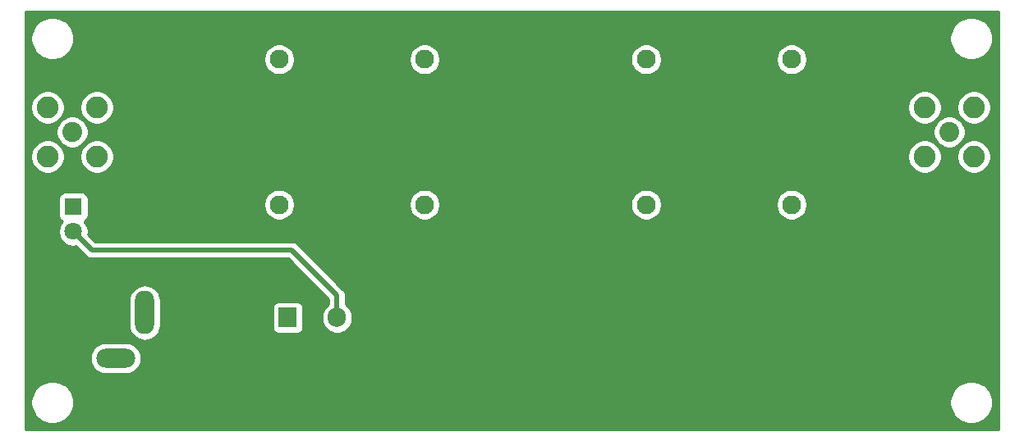
<source format=gbl>
G04 #@! TF.GenerationSoftware,KiCad,Pcbnew,5.1.6-c6e7f7d~87~ubuntu19.10.1*
G04 #@! TF.CreationDate,2021-08-02T21:19:55-04:00*
G04 #@! TF.ProjectId,upconverter,7570636f-6e76-4657-9274-65722e6b6963,rev?*
G04 #@! TF.SameCoordinates,Original*
G04 #@! TF.FileFunction,Copper,L2,Bot*
G04 #@! TF.FilePolarity,Positive*
%FSLAX46Y46*%
G04 Gerber Fmt 4.6, Leading zero omitted, Abs format (unit mm)*
G04 Created by KiCad (PCBNEW 5.1.6-c6e7f7d~87~ubuntu19.10.1) date 2021-08-02 21:19:55*
%MOMM*%
%LPD*%
G01*
G04 APERTURE LIST*
G04 #@! TA.AperFunction,ComponentPad*
%ADD10C,1.950000*%
G04 #@! TD*
G04 #@! TA.AperFunction,ComponentPad*
%ADD11C,2.250000*%
G04 #@! TD*
G04 #@! TA.AperFunction,ComponentPad*
%ADD12C,2.050000*%
G04 #@! TD*
G04 #@! TA.AperFunction,ComponentPad*
%ADD13R,1.800000X1.800000*%
G04 #@! TD*
G04 #@! TA.AperFunction,ComponentPad*
%ADD14C,1.800000*%
G04 #@! TD*
G04 #@! TA.AperFunction,ComponentPad*
%ADD15O,2.000000X4.500000*%
G04 #@! TD*
G04 #@! TA.AperFunction,ComponentPad*
%ADD16O,2.000000X4.000000*%
G04 #@! TD*
G04 #@! TA.AperFunction,ComponentPad*
%ADD17O,4.000000X2.000000*%
G04 #@! TD*
G04 #@! TA.AperFunction,ComponentPad*
%ADD18R,1.905000X2.000000*%
G04 #@! TD*
G04 #@! TA.AperFunction,ComponentPad*
%ADD19O,1.905000X2.000000*%
G04 #@! TD*
G04 #@! TA.AperFunction,ViaPad*
%ADD20C,0.800000*%
G04 #@! TD*
G04 #@! TA.AperFunction,Conductor*
%ADD21C,0.500000*%
G04 #@! TD*
G04 #@! TA.AperFunction,Conductor*
%ADD22C,0.254000*%
G04 #@! TD*
G04 APERTURE END LIST*
D10*
X68319000Y-68700000D03*
X68319000Y-83700000D03*
X83319000Y-68700000D03*
X83319000Y-83700000D03*
X106158000Y-68700000D03*
X106158000Y-83700000D03*
X121158000Y-68700000D03*
X121158000Y-83700000D03*
D11*
X49530000Y-73660000D03*
X49530000Y-78740000D03*
X44450000Y-78740000D03*
X44450000Y-73660000D03*
D12*
X46990000Y-76200000D03*
D13*
X47117000Y-83947000D03*
D14*
X47117000Y-86487000D03*
D15*
X54483000Y-94869000D03*
D16*
X48483000Y-94869000D03*
D17*
X51483000Y-99569000D03*
D12*
X137414000Y-76200000D03*
D11*
X134874000Y-73660000D03*
X134874000Y-78740000D03*
X139954000Y-78740000D03*
X139954000Y-73660000D03*
D18*
X69215000Y-95377000D03*
D19*
X71755000Y-95377000D03*
X74295000Y-95377000D03*
D20*
X94107000Y-73025000D03*
X91059000Y-81534000D03*
X92202000Y-85217000D03*
X98552000Y-77089000D03*
X84328000Y-93726000D03*
X89027000Y-93091000D03*
X71882000Y-98298000D03*
X71247000Y-100965000D03*
X53721000Y-83947000D03*
X84836000Y-90932000D03*
D21*
X49022000Y-88392000D02*
X47117000Y-86487000D01*
X69596000Y-88392000D02*
X49022000Y-88392000D01*
X74295000Y-93091000D02*
X69596000Y-88392000D01*
X74295000Y-95377000D02*
X74295000Y-93091000D01*
D22*
G36*
X142469001Y-106909000D02*
G01*
X42189000Y-106909000D01*
X42189000Y-103919872D01*
X42723000Y-103919872D01*
X42723000Y-104360128D01*
X42808890Y-104791925D01*
X42977369Y-105198669D01*
X43221962Y-105564729D01*
X43533271Y-105876038D01*
X43899331Y-106120631D01*
X44306075Y-106289110D01*
X44737872Y-106375000D01*
X45178128Y-106375000D01*
X45609925Y-106289110D01*
X46016669Y-106120631D01*
X46382729Y-105876038D01*
X46694038Y-105564729D01*
X46938631Y-105198669D01*
X47107110Y-104791925D01*
X47193000Y-104360128D01*
X47193000Y-103919872D01*
X137465000Y-103919872D01*
X137465000Y-104360128D01*
X137550890Y-104791925D01*
X137719369Y-105198669D01*
X137963962Y-105564729D01*
X138275271Y-105876038D01*
X138641331Y-106120631D01*
X139048075Y-106289110D01*
X139479872Y-106375000D01*
X139920128Y-106375000D01*
X140351925Y-106289110D01*
X140758669Y-106120631D01*
X141124729Y-105876038D01*
X141436038Y-105564729D01*
X141680631Y-105198669D01*
X141849110Y-104791925D01*
X141935000Y-104360128D01*
X141935000Y-103919872D01*
X141849110Y-103488075D01*
X141680631Y-103081331D01*
X141436038Y-102715271D01*
X141124729Y-102403962D01*
X140758669Y-102159369D01*
X140351925Y-101990890D01*
X139920128Y-101905000D01*
X139479872Y-101905000D01*
X139048075Y-101990890D01*
X138641331Y-102159369D01*
X138275271Y-102403962D01*
X137963962Y-102715271D01*
X137719369Y-103081331D01*
X137550890Y-103488075D01*
X137465000Y-103919872D01*
X47193000Y-103919872D01*
X47107110Y-103488075D01*
X46938631Y-103081331D01*
X46694038Y-102715271D01*
X46382729Y-102403962D01*
X46016669Y-102159369D01*
X45609925Y-101990890D01*
X45178128Y-101905000D01*
X44737872Y-101905000D01*
X44306075Y-101990890D01*
X43899331Y-102159369D01*
X43533271Y-102403962D01*
X43221962Y-102715271D01*
X42977369Y-103081331D01*
X42808890Y-103488075D01*
X42723000Y-103919872D01*
X42189000Y-103919872D01*
X42189000Y-99569000D01*
X48840089Y-99569000D01*
X48871657Y-99889516D01*
X48965148Y-100197715D01*
X49116969Y-100481752D01*
X49321286Y-100730714D01*
X49570248Y-100935031D01*
X49854285Y-101086852D01*
X50162484Y-101180343D01*
X50402678Y-101204000D01*
X52563322Y-101204000D01*
X52803516Y-101180343D01*
X53111715Y-101086852D01*
X53395752Y-100935031D01*
X53644714Y-100730714D01*
X53849031Y-100481752D01*
X54000852Y-100197715D01*
X54094343Y-99889516D01*
X54125911Y-99569000D01*
X54094343Y-99248484D01*
X54000852Y-98940285D01*
X53849031Y-98656248D01*
X53644714Y-98407286D01*
X53395752Y-98202969D01*
X53111715Y-98051148D01*
X52803516Y-97957657D01*
X52563322Y-97934000D01*
X50402678Y-97934000D01*
X50162484Y-97957657D01*
X49854285Y-98051148D01*
X49570248Y-98202969D01*
X49321286Y-98407286D01*
X49116969Y-98656248D01*
X48965148Y-98940285D01*
X48871657Y-99248484D01*
X48840089Y-99569000D01*
X42189000Y-99569000D01*
X42189000Y-93538679D01*
X52848000Y-93538679D01*
X52848001Y-96199322D01*
X52871658Y-96439516D01*
X52965149Y-96747715D01*
X53116970Y-97031752D01*
X53321287Y-97280714D01*
X53570249Y-97485031D01*
X53854286Y-97636852D01*
X54162485Y-97730343D01*
X54483000Y-97761911D01*
X54803516Y-97730343D01*
X55111715Y-97636852D01*
X55395752Y-97485031D01*
X55644714Y-97280714D01*
X55849031Y-97031752D01*
X56000852Y-96747715D01*
X56094343Y-96439516D01*
X56118000Y-96199322D01*
X56118000Y-94377000D01*
X67624428Y-94377000D01*
X67624428Y-96377000D01*
X67636688Y-96501482D01*
X67672998Y-96621180D01*
X67731963Y-96731494D01*
X67811315Y-96828185D01*
X67908006Y-96907537D01*
X68018320Y-96966502D01*
X68138018Y-97002812D01*
X68262500Y-97015072D01*
X70167500Y-97015072D01*
X70291982Y-97002812D01*
X70411680Y-96966502D01*
X70521994Y-96907537D01*
X70618685Y-96828185D01*
X70698037Y-96731494D01*
X70757002Y-96621180D01*
X70793312Y-96501482D01*
X70805572Y-96377000D01*
X70805572Y-94377000D01*
X70793312Y-94252518D01*
X70757002Y-94132820D01*
X70698037Y-94022506D01*
X70618685Y-93925815D01*
X70521994Y-93846463D01*
X70411680Y-93787498D01*
X70291982Y-93751188D01*
X70167500Y-93738928D01*
X68262500Y-93738928D01*
X68138018Y-93751188D01*
X68018320Y-93787498D01*
X67908006Y-93846463D01*
X67811315Y-93925815D01*
X67731963Y-94022506D01*
X67672998Y-94132820D01*
X67636688Y-94252518D01*
X67624428Y-94377000D01*
X56118000Y-94377000D01*
X56118000Y-93538678D01*
X56094343Y-93298484D01*
X56000852Y-92990285D01*
X55849031Y-92706248D01*
X55644714Y-92457286D01*
X55395751Y-92252969D01*
X55111714Y-92101148D01*
X54803515Y-92007657D01*
X54483000Y-91976089D01*
X54162484Y-92007657D01*
X53854285Y-92101148D01*
X53570248Y-92252969D01*
X53321286Y-92457286D01*
X53116969Y-92706249D01*
X52965148Y-92990286D01*
X52871657Y-93298485D01*
X52848000Y-93538679D01*
X42189000Y-93538679D01*
X42189000Y-83047000D01*
X45578928Y-83047000D01*
X45578928Y-84847000D01*
X45591188Y-84971482D01*
X45627498Y-85091180D01*
X45686463Y-85201494D01*
X45765815Y-85298185D01*
X45862506Y-85377537D01*
X45972820Y-85436502D01*
X45991127Y-85442056D01*
X45924688Y-85508495D01*
X45756701Y-85759905D01*
X45640989Y-86039257D01*
X45582000Y-86335816D01*
X45582000Y-86638184D01*
X45640989Y-86934743D01*
X45756701Y-87214095D01*
X45924688Y-87465505D01*
X46138495Y-87679312D01*
X46389905Y-87847299D01*
X46669257Y-87963011D01*
X46965816Y-88022000D01*
X47268184Y-88022000D01*
X47378482Y-88000060D01*
X48365470Y-88987049D01*
X48393183Y-89020817D01*
X48426951Y-89048530D01*
X48426953Y-89048532D01*
X48527941Y-89131411D01*
X48681687Y-89213589D01*
X48848510Y-89264195D01*
X48978523Y-89277000D01*
X48978531Y-89277000D01*
X49022000Y-89281281D01*
X49065469Y-89277000D01*
X69229422Y-89277000D01*
X73410001Y-93457580D01*
X73410001Y-94002495D01*
X73408765Y-94003155D01*
X73167037Y-94201537D01*
X72968655Y-94443266D01*
X72821245Y-94719052D01*
X72730470Y-95018297D01*
X72707500Y-95251515D01*
X72707500Y-95502486D01*
X72730470Y-95735704D01*
X72821245Y-96034949D01*
X72968655Y-96310735D01*
X73167037Y-96552463D01*
X73408766Y-96750845D01*
X73684552Y-96898255D01*
X73983797Y-96989030D01*
X74295000Y-97019681D01*
X74606204Y-96989030D01*
X74905449Y-96898255D01*
X75181235Y-96750845D01*
X75422963Y-96552463D01*
X75621345Y-96310734D01*
X75768755Y-96034948D01*
X75859530Y-95735703D01*
X75882500Y-95502485D01*
X75882500Y-95251514D01*
X75859530Y-95018296D01*
X75768755Y-94719051D01*
X75621345Y-94443265D01*
X75422963Y-94201537D01*
X75181234Y-94003155D01*
X75180000Y-94002495D01*
X75180000Y-93134469D01*
X75184281Y-93091000D01*
X75180000Y-93047531D01*
X75180000Y-93047523D01*
X75167195Y-92917510D01*
X75116589Y-92750687D01*
X75116589Y-92750686D01*
X75034411Y-92596941D01*
X74951532Y-92495953D01*
X74951530Y-92495951D01*
X74923817Y-92462183D01*
X74890049Y-92434470D01*
X70252534Y-87796956D01*
X70224817Y-87763183D01*
X70090059Y-87652589D01*
X69936313Y-87570411D01*
X69769490Y-87519805D01*
X69639477Y-87507000D01*
X69639469Y-87507000D01*
X69596000Y-87502719D01*
X69552531Y-87507000D01*
X49388579Y-87507000D01*
X48630060Y-86748482D01*
X48652000Y-86638184D01*
X48652000Y-86335816D01*
X48593011Y-86039257D01*
X48477299Y-85759905D01*
X48309312Y-85508495D01*
X48242873Y-85442056D01*
X48261180Y-85436502D01*
X48371494Y-85377537D01*
X48468185Y-85298185D01*
X48547537Y-85201494D01*
X48606502Y-85091180D01*
X48642812Y-84971482D01*
X48655072Y-84847000D01*
X48655072Y-83541429D01*
X66709000Y-83541429D01*
X66709000Y-83858571D01*
X66770871Y-84169620D01*
X66892237Y-84462621D01*
X67068431Y-84726315D01*
X67292685Y-84950569D01*
X67556379Y-85126763D01*
X67849380Y-85248129D01*
X68160429Y-85310000D01*
X68477571Y-85310000D01*
X68788620Y-85248129D01*
X69081621Y-85126763D01*
X69345315Y-84950569D01*
X69569569Y-84726315D01*
X69745763Y-84462621D01*
X69867129Y-84169620D01*
X69929000Y-83858571D01*
X69929000Y-83541429D01*
X81709000Y-83541429D01*
X81709000Y-83858571D01*
X81770871Y-84169620D01*
X81892237Y-84462621D01*
X82068431Y-84726315D01*
X82292685Y-84950569D01*
X82556379Y-85126763D01*
X82849380Y-85248129D01*
X83160429Y-85310000D01*
X83477571Y-85310000D01*
X83788620Y-85248129D01*
X84081621Y-85126763D01*
X84345315Y-84950569D01*
X84569569Y-84726315D01*
X84745763Y-84462621D01*
X84867129Y-84169620D01*
X84929000Y-83858571D01*
X84929000Y-83541429D01*
X104548000Y-83541429D01*
X104548000Y-83858571D01*
X104609871Y-84169620D01*
X104731237Y-84462621D01*
X104907431Y-84726315D01*
X105131685Y-84950569D01*
X105395379Y-85126763D01*
X105688380Y-85248129D01*
X105999429Y-85310000D01*
X106316571Y-85310000D01*
X106627620Y-85248129D01*
X106920621Y-85126763D01*
X107184315Y-84950569D01*
X107408569Y-84726315D01*
X107584763Y-84462621D01*
X107706129Y-84169620D01*
X107768000Y-83858571D01*
X107768000Y-83541429D01*
X119548000Y-83541429D01*
X119548000Y-83858571D01*
X119609871Y-84169620D01*
X119731237Y-84462621D01*
X119907431Y-84726315D01*
X120131685Y-84950569D01*
X120395379Y-85126763D01*
X120688380Y-85248129D01*
X120999429Y-85310000D01*
X121316571Y-85310000D01*
X121627620Y-85248129D01*
X121920621Y-85126763D01*
X122184315Y-84950569D01*
X122408569Y-84726315D01*
X122584763Y-84462621D01*
X122706129Y-84169620D01*
X122768000Y-83858571D01*
X122768000Y-83541429D01*
X122706129Y-83230380D01*
X122584763Y-82937379D01*
X122408569Y-82673685D01*
X122184315Y-82449431D01*
X121920621Y-82273237D01*
X121627620Y-82151871D01*
X121316571Y-82090000D01*
X120999429Y-82090000D01*
X120688380Y-82151871D01*
X120395379Y-82273237D01*
X120131685Y-82449431D01*
X119907431Y-82673685D01*
X119731237Y-82937379D01*
X119609871Y-83230380D01*
X119548000Y-83541429D01*
X107768000Y-83541429D01*
X107706129Y-83230380D01*
X107584763Y-82937379D01*
X107408569Y-82673685D01*
X107184315Y-82449431D01*
X106920621Y-82273237D01*
X106627620Y-82151871D01*
X106316571Y-82090000D01*
X105999429Y-82090000D01*
X105688380Y-82151871D01*
X105395379Y-82273237D01*
X105131685Y-82449431D01*
X104907431Y-82673685D01*
X104731237Y-82937379D01*
X104609871Y-83230380D01*
X104548000Y-83541429D01*
X84929000Y-83541429D01*
X84867129Y-83230380D01*
X84745763Y-82937379D01*
X84569569Y-82673685D01*
X84345315Y-82449431D01*
X84081621Y-82273237D01*
X83788620Y-82151871D01*
X83477571Y-82090000D01*
X83160429Y-82090000D01*
X82849380Y-82151871D01*
X82556379Y-82273237D01*
X82292685Y-82449431D01*
X82068431Y-82673685D01*
X81892237Y-82937379D01*
X81770871Y-83230380D01*
X81709000Y-83541429D01*
X69929000Y-83541429D01*
X69867129Y-83230380D01*
X69745763Y-82937379D01*
X69569569Y-82673685D01*
X69345315Y-82449431D01*
X69081621Y-82273237D01*
X68788620Y-82151871D01*
X68477571Y-82090000D01*
X68160429Y-82090000D01*
X67849380Y-82151871D01*
X67556379Y-82273237D01*
X67292685Y-82449431D01*
X67068431Y-82673685D01*
X66892237Y-82937379D01*
X66770871Y-83230380D01*
X66709000Y-83541429D01*
X48655072Y-83541429D01*
X48655072Y-83047000D01*
X48642812Y-82922518D01*
X48606502Y-82802820D01*
X48547537Y-82692506D01*
X48468185Y-82595815D01*
X48371494Y-82516463D01*
X48261180Y-82457498D01*
X48141482Y-82421188D01*
X48017000Y-82408928D01*
X46217000Y-82408928D01*
X46092518Y-82421188D01*
X45972820Y-82457498D01*
X45862506Y-82516463D01*
X45765815Y-82595815D01*
X45686463Y-82692506D01*
X45627498Y-82802820D01*
X45591188Y-82922518D01*
X45578928Y-83047000D01*
X42189000Y-83047000D01*
X42189000Y-78566655D01*
X42690000Y-78566655D01*
X42690000Y-78913345D01*
X42757636Y-79253373D01*
X42890308Y-79573673D01*
X43082919Y-79861935D01*
X43328065Y-80107081D01*
X43616327Y-80299692D01*
X43936627Y-80432364D01*
X44276655Y-80500000D01*
X44623345Y-80500000D01*
X44963373Y-80432364D01*
X45283673Y-80299692D01*
X45571935Y-80107081D01*
X45817081Y-79861935D01*
X46009692Y-79573673D01*
X46142364Y-79253373D01*
X46210000Y-78913345D01*
X46210000Y-78566655D01*
X47770000Y-78566655D01*
X47770000Y-78913345D01*
X47837636Y-79253373D01*
X47970308Y-79573673D01*
X48162919Y-79861935D01*
X48408065Y-80107081D01*
X48696327Y-80299692D01*
X49016627Y-80432364D01*
X49356655Y-80500000D01*
X49703345Y-80500000D01*
X50043373Y-80432364D01*
X50363673Y-80299692D01*
X50651935Y-80107081D01*
X50897081Y-79861935D01*
X51089692Y-79573673D01*
X51222364Y-79253373D01*
X51290000Y-78913345D01*
X51290000Y-78566655D01*
X133114000Y-78566655D01*
X133114000Y-78913345D01*
X133181636Y-79253373D01*
X133314308Y-79573673D01*
X133506919Y-79861935D01*
X133752065Y-80107081D01*
X134040327Y-80299692D01*
X134360627Y-80432364D01*
X134700655Y-80500000D01*
X135047345Y-80500000D01*
X135387373Y-80432364D01*
X135707673Y-80299692D01*
X135995935Y-80107081D01*
X136241081Y-79861935D01*
X136433692Y-79573673D01*
X136566364Y-79253373D01*
X136634000Y-78913345D01*
X136634000Y-78566655D01*
X138194000Y-78566655D01*
X138194000Y-78913345D01*
X138261636Y-79253373D01*
X138394308Y-79573673D01*
X138586919Y-79861935D01*
X138832065Y-80107081D01*
X139120327Y-80299692D01*
X139440627Y-80432364D01*
X139780655Y-80500000D01*
X140127345Y-80500000D01*
X140467373Y-80432364D01*
X140787673Y-80299692D01*
X141075935Y-80107081D01*
X141321081Y-79861935D01*
X141513692Y-79573673D01*
X141646364Y-79253373D01*
X141714000Y-78913345D01*
X141714000Y-78566655D01*
X141646364Y-78226627D01*
X141513692Y-77906327D01*
X141321081Y-77618065D01*
X141075935Y-77372919D01*
X140787673Y-77180308D01*
X140467373Y-77047636D01*
X140127345Y-76980000D01*
X139780655Y-76980000D01*
X139440627Y-77047636D01*
X139120327Y-77180308D01*
X138832065Y-77372919D01*
X138586919Y-77618065D01*
X138394308Y-77906327D01*
X138261636Y-78226627D01*
X138194000Y-78566655D01*
X136634000Y-78566655D01*
X136566364Y-78226627D01*
X136433692Y-77906327D01*
X136241081Y-77618065D01*
X135995935Y-77372919D01*
X135707673Y-77180308D01*
X135387373Y-77047636D01*
X135047345Y-76980000D01*
X134700655Y-76980000D01*
X134360627Y-77047636D01*
X134040327Y-77180308D01*
X133752065Y-77372919D01*
X133506919Y-77618065D01*
X133314308Y-77906327D01*
X133181636Y-78226627D01*
X133114000Y-78566655D01*
X51290000Y-78566655D01*
X51222364Y-78226627D01*
X51089692Y-77906327D01*
X50897081Y-77618065D01*
X50651935Y-77372919D01*
X50363673Y-77180308D01*
X50043373Y-77047636D01*
X49703345Y-76980000D01*
X49356655Y-76980000D01*
X49016627Y-77047636D01*
X48696327Y-77180308D01*
X48408065Y-77372919D01*
X48162919Y-77618065D01*
X47970308Y-77906327D01*
X47837636Y-78226627D01*
X47770000Y-78566655D01*
X46210000Y-78566655D01*
X46142364Y-78226627D01*
X46009692Y-77906327D01*
X45817081Y-77618065D01*
X45571935Y-77372919D01*
X45283673Y-77180308D01*
X44963373Y-77047636D01*
X44623345Y-76980000D01*
X44276655Y-76980000D01*
X43936627Y-77047636D01*
X43616327Y-77180308D01*
X43328065Y-77372919D01*
X43082919Y-77618065D01*
X42890308Y-77906327D01*
X42757636Y-78226627D01*
X42690000Y-78566655D01*
X42189000Y-78566655D01*
X42189000Y-76036504D01*
X45330000Y-76036504D01*
X45330000Y-76363496D01*
X45393793Y-76684204D01*
X45518927Y-76986305D01*
X45700594Y-77258188D01*
X45931812Y-77489406D01*
X46203695Y-77671073D01*
X46505796Y-77796207D01*
X46826504Y-77860000D01*
X47153496Y-77860000D01*
X47474204Y-77796207D01*
X47776305Y-77671073D01*
X48048188Y-77489406D01*
X48279406Y-77258188D01*
X48461073Y-76986305D01*
X48586207Y-76684204D01*
X48650000Y-76363496D01*
X48650000Y-76036504D01*
X135754000Y-76036504D01*
X135754000Y-76363496D01*
X135817793Y-76684204D01*
X135942927Y-76986305D01*
X136124594Y-77258188D01*
X136355812Y-77489406D01*
X136627695Y-77671073D01*
X136929796Y-77796207D01*
X137250504Y-77860000D01*
X137577496Y-77860000D01*
X137898204Y-77796207D01*
X138200305Y-77671073D01*
X138472188Y-77489406D01*
X138703406Y-77258188D01*
X138885073Y-76986305D01*
X139010207Y-76684204D01*
X139074000Y-76363496D01*
X139074000Y-76036504D01*
X139010207Y-75715796D01*
X138885073Y-75413695D01*
X138703406Y-75141812D01*
X138472188Y-74910594D01*
X138200305Y-74728927D01*
X137898204Y-74603793D01*
X137577496Y-74540000D01*
X137250504Y-74540000D01*
X136929796Y-74603793D01*
X136627695Y-74728927D01*
X136355812Y-74910594D01*
X136124594Y-75141812D01*
X135942927Y-75413695D01*
X135817793Y-75715796D01*
X135754000Y-76036504D01*
X48650000Y-76036504D01*
X48586207Y-75715796D01*
X48461073Y-75413695D01*
X48279406Y-75141812D01*
X48048188Y-74910594D01*
X47776305Y-74728927D01*
X47474204Y-74603793D01*
X47153496Y-74540000D01*
X46826504Y-74540000D01*
X46505796Y-74603793D01*
X46203695Y-74728927D01*
X45931812Y-74910594D01*
X45700594Y-75141812D01*
X45518927Y-75413695D01*
X45393793Y-75715796D01*
X45330000Y-76036504D01*
X42189000Y-76036504D01*
X42189000Y-73486655D01*
X42690000Y-73486655D01*
X42690000Y-73833345D01*
X42757636Y-74173373D01*
X42890308Y-74493673D01*
X43082919Y-74781935D01*
X43328065Y-75027081D01*
X43616327Y-75219692D01*
X43936627Y-75352364D01*
X44276655Y-75420000D01*
X44623345Y-75420000D01*
X44963373Y-75352364D01*
X45283673Y-75219692D01*
X45571935Y-75027081D01*
X45817081Y-74781935D01*
X46009692Y-74493673D01*
X46142364Y-74173373D01*
X46210000Y-73833345D01*
X46210000Y-73486655D01*
X47770000Y-73486655D01*
X47770000Y-73833345D01*
X47837636Y-74173373D01*
X47970308Y-74493673D01*
X48162919Y-74781935D01*
X48408065Y-75027081D01*
X48696327Y-75219692D01*
X49016627Y-75352364D01*
X49356655Y-75420000D01*
X49703345Y-75420000D01*
X50043373Y-75352364D01*
X50363673Y-75219692D01*
X50651935Y-75027081D01*
X50897081Y-74781935D01*
X51089692Y-74493673D01*
X51222364Y-74173373D01*
X51290000Y-73833345D01*
X51290000Y-73486655D01*
X133114000Y-73486655D01*
X133114000Y-73833345D01*
X133181636Y-74173373D01*
X133314308Y-74493673D01*
X133506919Y-74781935D01*
X133752065Y-75027081D01*
X134040327Y-75219692D01*
X134360627Y-75352364D01*
X134700655Y-75420000D01*
X135047345Y-75420000D01*
X135387373Y-75352364D01*
X135707673Y-75219692D01*
X135995935Y-75027081D01*
X136241081Y-74781935D01*
X136433692Y-74493673D01*
X136566364Y-74173373D01*
X136634000Y-73833345D01*
X136634000Y-73486655D01*
X138194000Y-73486655D01*
X138194000Y-73833345D01*
X138261636Y-74173373D01*
X138394308Y-74493673D01*
X138586919Y-74781935D01*
X138832065Y-75027081D01*
X139120327Y-75219692D01*
X139440627Y-75352364D01*
X139780655Y-75420000D01*
X140127345Y-75420000D01*
X140467373Y-75352364D01*
X140787673Y-75219692D01*
X141075935Y-75027081D01*
X141321081Y-74781935D01*
X141513692Y-74493673D01*
X141646364Y-74173373D01*
X141714000Y-73833345D01*
X141714000Y-73486655D01*
X141646364Y-73146627D01*
X141513692Y-72826327D01*
X141321081Y-72538065D01*
X141075935Y-72292919D01*
X140787673Y-72100308D01*
X140467373Y-71967636D01*
X140127345Y-71900000D01*
X139780655Y-71900000D01*
X139440627Y-71967636D01*
X139120327Y-72100308D01*
X138832065Y-72292919D01*
X138586919Y-72538065D01*
X138394308Y-72826327D01*
X138261636Y-73146627D01*
X138194000Y-73486655D01*
X136634000Y-73486655D01*
X136566364Y-73146627D01*
X136433692Y-72826327D01*
X136241081Y-72538065D01*
X135995935Y-72292919D01*
X135707673Y-72100308D01*
X135387373Y-71967636D01*
X135047345Y-71900000D01*
X134700655Y-71900000D01*
X134360627Y-71967636D01*
X134040327Y-72100308D01*
X133752065Y-72292919D01*
X133506919Y-72538065D01*
X133314308Y-72826327D01*
X133181636Y-73146627D01*
X133114000Y-73486655D01*
X51290000Y-73486655D01*
X51222364Y-73146627D01*
X51089692Y-72826327D01*
X50897081Y-72538065D01*
X50651935Y-72292919D01*
X50363673Y-72100308D01*
X50043373Y-71967636D01*
X49703345Y-71900000D01*
X49356655Y-71900000D01*
X49016627Y-71967636D01*
X48696327Y-72100308D01*
X48408065Y-72292919D01*
X48162919Y-72538065D01*
X47970308Y-72826327D01*
X47837636Y-73146627D01*
X47770000Y-73486655D01*
X46210000Y-73486655D01*
X46142364Y-73146627D01*
X46009692Y-72826327D01*
X45817081Y-72538065D01*
X45571935Y-72292919D01*
X45283673Y-72100308D01*
X44963373Y-71967636D01*
X44623345Y-71900000D01*
X44276655Y-71900000D01*
X43936627Y-71967636D01*
X43616327Y-72100308D01*
X43328065Y-72292919D01*
X43082919Y-72538065D01*
X42890308Y-72826327D01*
X42757636Y-73146627D01*
X42690000Y-73486655D01*
X42189000Y-73486655D01*
X42189000Y-66327872D01*
X42723000Y-66327872D01*
X42723000Y-66768128D01*
X42808890Y-67199925D01*
X42977369Y-67606669D01*
X43221962Y-67972729D01*
X43533271Y-68284038D01*
X43899331Y-68528631D01*
X44306075Y-68697110D01*
X44737872Y-68783000D01*
X45178128Y-68783000D01*
X45609925Y-68697110D01*
X45985771Y-68541429D01*
X66709000Y-68541429D01*
X66709000Y-68858571D01*
X66770871Y-69169620D01*
X66892237Y-69462621D01*
X67068431Y-69726315D01*
X67292685Y-69950569D01*
X67556379Y-70126763D01*
X67849380Y-70248129D01*
X68160429Y-70310000D01*
X68477571Y-70310000D01*
X68788620Y-70248129D01*
X69081621Y-70126763D01*
X69345315Y-69950569D01*
X69569569Y-69726315D01*
X69745763Y-69462621D01*
X69867129Y-69169620D01*
X69929000Y-68858571D01*
X69929000Y-68541429D01*
X81709000Y-68541429D01*
X81709000Y-68858571D01*
X81770871Y-69169620D01*
X81892237Y-69462621D01*
X82068431Y-69726315D01*
X82292685Y-69950569D01*
X82556379Y-70126763D01*
X82849380Y-70248129D01*
X83160429Y-70310000D01*
X83477571Y-70310000D01*
X83788620Y-70248129D01*
X84081621Y-70126763D01*
X84345315Y-69950569D01*
X84569569Y-69726315D01*
X84745763Y-69462621D01*
X84867129Y-69169620D01*
X84929000Y-68858571D01*
X84929000Y-68541429D01*
X104548000Y-68541429D01*
X104548000Y-68858571D01*
X104609871Y-69169620D01*
X104731237Y-69462621D01*
X104907431Y-69726315D01*
X105131685Y-69950569D01*
X105395379Y-70126763D01*
X105688380Y-70248129D01*
X105999429Y-70310000D01*
X106316571Y-70310000D01*
X106627620Y-70248129D01*
X106920621Y-70126763D01*
X107184315Y-69950569D01*
X107408569Y-69726315D01*
X107584763Y-69462621D01*
X107706129Y-69169620D01*
X107768000Y-68858571D01*
X107768000Y-68541429D01*
X119548000Y-68541429D01*
X119548000Y-68858571D01*
X119609871Y-69169620D01*
X119731237Y-69462621D01*
X119907431Y-69726315D01*
X120131685Y-69950569D01*
X120395379Y-70126763D01*
X120688380Y-70248129D01*
X120999429Y-70310000D01*
X121316571Y-70310000D01*
X121627620Y-70248129D01*
X121920621Y-70126763D01*
X122184315Y-69950569D01*
X122408569Y-69726315D01*
X122584763Y-69462621D01*
X122706129Y-69169620D01*
X122768000Y-68858571D01*
X122768000Y-68541429D01*
X122706129Y-68230380D01*
X122584763Y-67937379D01*
X122408569Y-67673685D01*
X122184315Y-67449431D01*
X121920621Y-67273237D01*
X121627620Y-67151871D01*
X121316571Y-67090000D01*
X120999429Y-67090000D01*
X120688380Y-67151871D01*
X120395379Y-67273237D01*
X120131685Y-67449431D01*
X119907431Y-67673685D01*
X119731237Y-67937379D01*
X119609871Y-68230380D01*
X119548000Y-68541429D01*
X107768000Y-68541429D01*
X107706129Y-68230380D01*
X107584763Y-67937379D01*
X107408569Y-67673685D01*
X107184315Y-67449431D01*
X106920621Y-67273237D01*
X106627620Y-67151871D01*
X106316571Y-67090000D01*
X105999429Y-67090000D01*
X105688380Y-67151871D01*
X105395379Y-67273237D01*
X105131685Y-67449431D01*
X104907431Y-67673685D01*
X104731237Y-67937379D01*
X104609871Y-68230380D01*
X104548000Y-68541429D01*
X84929000Y-68541429D01*
X84867129Y-68230380D01*
X84745763Y-67937379D01*
X84569569Y-67673685D01*
X84345315Y-67449431D01*
X84081621Y-67273237D01*
X83788620Y-67151871D01*
X83477571Y-67090000D01*
X83160429Y-67090000D01*
X82849380Y-67151871D01*
X82556379Y-67273237D01*
X82292685Y-67449431D01*
X82068431Y-67673685D01*
X81892237Y-67937379D01*
X81770871Y-68230380D01*
X81709000Y-68541429D01*
X69929000Y-68541429D01*
X69867129Y-68230380D01*
X69745763Y-67937379D01*
X69569569Y-67673685D01*
X69345315Y-67449431D01*
X69081621Y-67273237D01*
X68788620Y-67151871D01*
X68477571Y-67090000D01*
X68160429Y-67090000D01*
X67849380Y-67151871D01*
X67556379Y-67273237D01*
X67292685Y-67449431D01*
X67068431Y-67673685D01*
X66892237Y-67937379D01*
X66770871Y-68230380D01*
X66709000Y-68541429D01*
X45985771Y-68541429D01*
X46016669Y-68528631D01*
X46382729Y-68284038D01*
X46694038Y-67972729D01*
X46938631Y-67606669D01*
X47107110Y-67199925D01*
X47193000Y-66768128D01*
X47193000Y-66327872D01*
X137465000Y-66327872D01*
X137465000Y-66768128D01*
X137550890Y-67199925D01*
X137719369Y-67606669D01*
X137963962Y-67972729D01*
X138275271Y-68284038D01*
X138641331Y-68528631D01*
X139048075Y-68697110D01*
X139479872Y-68783000D01*
X139920128Y-68783000D01*
X140351925Y-68697110D01*
X140758669Y-68528631D01*
X141124729Y-68284038D01*
X141436038Y-67972729D01*
X141680631Y-67606669D01*
X141849110Y-67199925D01*
X141935000Y-66768128D01*
X141935000Y-66327872D01*
X141849110Y-65896075D01*
X141680631Y-65489331D01*
X141436038Y-65123271D01*
X141124729Y-64811962D01*
X140758669Y-64567369D01*
X140351925Y-64398890D01*
X139920128Y-64313000D01*
X139479872Y-64313000D01*
X139048075Y-64398890D01*
X138641331Y-64567369D01*
X138275271Y-64811962D01*
X137963962Y-65123271D01*
X137719369Y-65489331D01*
X137550890Y-65896075D01*
X137465000Y-66327872D01*
X47193000Y-66327872D01*
X47107110Y-65896075D01*
X46938631Y-65489331D01*
X46694038Y-65123271D01*
X46382729Y-64811962D01*
X46016669Y-64567369D01*
X45609925Y-64398890D01*
X45178128Y-64313000D01*
X44737872Y-64313000D01*
X44306075Y-64398890D01*
X43899331Y-64567369D01*
X43533271Y-64811962D01*
X43221962Y-65123271D01*
X42977369Y-65489331D01*
X42808890Y-65896075D01*
X42723000Y-66327872D01*
X42189000Y-66327872D01*
X42189000Y-63779000D01*
X142469000Y-63779000D01*
X142469001Y-106909000D01*
G37*
X142469001Y-106909000D02*
X42189000Y-106909000D01*
X42189000Y-103919872D01*
X42723000Y-103919872D01*
X42723000Y-104360128D01*
X42808890Y-104791925D01*
X42977369Y-105198669D01*
X43221962Y-105564729D01*
X43533271Y-105876038D01*
X43899331Y-106120631D01*
X44306075Y-106289110D01*
X44737872Y-106375000D01*
X45178128Y-106375000D01*
X45609925Y-106289110D01*
X46016669Y-106120631D01*
X46382729Y-105876038D01*
X46694038Y-105564729D01*
X46938631Y-105198669D01*
X47107110Y-104791925D01*
X47193000Y-104360128D01*
X47193000Y-103919872D01*
X137465000Y-103919872D01*
X137465000Y-104360128D01*
X137550890Y-104791925D01*
X137719369Y-105198669D01*
X137963962Y-105564729D01*
X138275271Y-105876038D01*
X138641331Y-106120631D01*
X139048075Y-106289110D01*
X139479872Y-106375000D01*
X139920128Y-106375000D01*
X140351925Y-106289110D01*
X140758669Y-106120631D01*
X141124729Y-105876038D01*
X141436038Y-105564729D01*
X141680631Y-105198669D01*
X141849110Y-104791925D01*
X141935000Y-104360128D01*
X141935000Y-103919872D01*
X141849110Y-103488075D01*
X141680631Y-103081331D01*
X141436038Y-102715271D01*
X141124729Y-102403962D01*
X140758669Y-102159369D01*
X140351925Y-101990890D01*
X139920128Y-101905000D01*
X139479872Y-101905000D01*
X139048075Y-101990890D01*
X138641331Y-102159369D01*
X138275271Y-102403962D01*
X137963962Y-102715271D01*
X137719369Y-103081331D01*
X137550890Y-103488075D01*
X137465000Y-103919872D01*
X47193000Y-103919872D01*
X47107110Y-103488075D01*
X46938631Y-103081331D01*
X46694038Y-102715271D01*
X46382729Y-102403962D01*
X46016669Y-102159369D01*
X45609925Y-101990890D01*
X45178128Y-101905000D01*
X44737872Y-101905000D01*
X44306075Y-101990890D01*
X43899331Y-102159369D01*
X43533271Y-102403962D01*
X43221962Y-102715271D01*
X42977369Y-103081331D01*
X42808890Y-103488075D01*
X42723000Y-103919872D01*
X42189000Y-103919872D01*
X42189000Y-99569000D01*
X48840089Y-99569000D01*
X48871657Y-99889516D01*
X48965148Y-100197715D01*
X49116969Y-100481752D01*
X49321286Y-100730714D01*
X49570248Y-100935031D01*
X49854285Y-101086852D01*
X50162484Y-101180343D01*
X50402678Y-101204000D01*
X52563322Y-101204000D01*
X52803516Y-101180343D01*
X53111715Y-101086852D01*
X53395752Y-100935031D01*
X53644714Y-100730714D01*
X53849031Y-100481752D01*
X54000852Y-100197715D01*
X54094343Y-99889516D01*
X54125911Y-99569000D01*
X54094343Y-99248484D01*
X54000852Y-98940285D01*
X53849031Y-98656248D01*
X53644714Y-98407286D01*
X53395752Y-98202969D01*
X53111715Y-98051148D01*
X52803516Y-97957657D01*
X52563322Y-97934000D01*
X50402678Y-97934000D01*
X50162484Y-97957657D01*
X49854285Y-98051148D01*
X49570248Y-98202969D01*
X49321286Y-98407286D01*
X49116969Y-98656248D01*
X48965148Y-98940285D01*
X48871657Y-99248484D01*
X48840089Y-99569000D01*
X42189000Y-99569000D01*
X42189000Y-93538679D01*
X52848000Y-93538679D01*
X52848001Y-96199322D01*
X52871658Y-96439516D01*
X52965149Y-96747715D01*
X53116970Y-97031752D01*
X53321287Y-97280714D01*
X53570249Y-97485031D01*
X53854286Y-97636852D01*
X54162485Y-97730343D01*
X54483000Y-97761911D01*
X54803516Y-97730343D01*
X55111715Y-97636852D01*
X55395752Y-97485031D01*
X55644714Y-97280714D01*
X55849031Y-97031752D01*
X56000852Y-96747715D01*
X56094343Y-96439516D01*
X56118000Y-96199322D01*
X56118000Y-94377000D01*
X67624428Y-94377000D01*
X67624428Y-96377000D01*
X67636688Y-96501482D01*
X67672998Y-96621180D01*
X67731963Y-96731494D01*
X67811315Y-96828185D01*
X67908006Y-96907537D01*
X68018320Y-96966502D01*
X68138018Y-97002812D01*
X68262500Y-97015072D01*
X70167500Y-97015072D01*
X70291982Y-97002812D01*
X70411680Y-96966502D01*
X70521994Y-96907537D01*
X70618685Y-96828185D01*
X70698037Y-96731494D01*
X70757002Y-96621180D01*
X70793312Y-96501482D01*
X70805572Y-96377000D01*
X70805572Y-94377000D01*
X70793312Y-94252518D01*
X70757002Y-94132820D01*
X70698037Y-94022506D01*
X70618685Y-93925815D01*
X70521994Y-93846463D01*
X70411680Y-93787498D01*
X70291982Y-93751188D01*
X70167500Y-93738928D01*
X68262500Y-93738928D01*
X68138018Y-93751188D01*
X68018320Y-93787498D01*
X67908006Y-93846463D01*
X67811315Y-93925815D01*
X67731963Y-94022506D01*
X67672998Y-94132820D01*
X67636688Y-94252518D01*
X67624428Y-94377000D01*
X56118000Y-94377000D01*
X56118000Y-93538678D01*
X56094343Y-93298484D01*
X56000852Y-92990285D01*
X55849031Y-92706248D01*
X55644714Y-92457286D01*
X55395751Y-92252969D01*
X55111714Y-92101148D01*
X54803515Y-92007657D01*
X54483000Y-91976089D01*
X54162484Y-92007657D01*
X53854285Y-92101148D01*
X53570248Y-92252969D01*
X53321286Y-92457286D01*
X53116969Y-92706249D01*
X52965148Y-92990286D01*
X52871657Y-93298485D01*
X52848000Y-93538679D01*
X42189000Y-93538679D01*
X42189000Y-83047000D01*
X45578928Y-83047000D01*
X45578928Y-84847000D01*
X45591188Y-84971482D01*
X45627498Y-85091180D01*
X45686463Y-85201494D01*
X45765815Y-85298185D01*
X45862506Y-85377537D01*
X45972820Y-85436502D01*
X45991127Y-85442056D01*
X45924688Y-85508495D01*
X45756701Y-85759905D01*
X45640989Y-86039257D01*
X45582000Y-86335816D01*
X45582000Y-86638184D01*
X45640989Y-86934743D01*
X45756701Y-87214095D01*
X45924688Y-87465505D01*
X46138495Y-87679312D01*
X46389905Y-87847299D01*
X46669257Y-87963011D01*
X46965816Y-88022000D01*
X47268184Y-88022000D01*
X47378482Y-88000060D01*
X48365470Y-88987049D01*
X48393183Y-89020817D01*
X48426951Y-89048530D01*
X48426953Y-89048532D01*
X48527941Y-89131411D01*
X48681687Y-89213589D01*
X48848510Y-89264195D01*
X48978523Y-89277000D01*
X48978531Y-89277000D01*
X49022000Y-89281281D01*
X49065469Y-89277000D01*
X69229422Y-89277000D01*
X73410001Y-93457580D01*
X73410001Y-94002495D01*
X73408765Y-94003155D01*
X73167037Y-94201537D01*
X72968655Y-94443266D01*
X72821245Y-94719052D01*
X72730470Y-95018297D01*
X72707500Y-95251515D01*
X72707500Y-95502486D01*
X72730470Y-95735704D01*
X72821245Y-96034949D01*
X72968655Y-96310735D01*
X73167037Y-96552463D01*
X73408766Y-96750845D01*
X73684552Y-96898255D01*
X73983797Y-96989030D01*
X74295000Y-97019681D01*
X74606204Y-96989030D01*
X74905449Y-96898255D01*
X75181235Y-96750845D01*
X75422963Y-96552463D01*
X75621345Y-96310734D01*
X75768755Y-96034948D01*
X75859530Y-95735703D01*
X75882500Y-95502485D01*
X75882500Y-95251514D01*
X75859530Y-95018296D01*
X75768755Y-94719051D01*
X75621345Y-94443265D01*
X75422963Y-94201537D01*
X75181234Y-94003155D01*
X75180000Y-94002495D01*
X75180000Y-93134469D01*
X75184281Y-93091000D01*
X75180000Y-93047531D01*
X75180000Y-93047523D01*
X75167195Y-92917510D01*
X75116589Y-92750687D01*
X75116589Y-92750686D01*
X75034411Y-92596941D01*
X74951532Y-92495953D01*
X74951530Y-92495951D01*
X74923817Y-92462183D01*
X74890049Y-92434470D01*
X70252534Y-87796956D01*
X70224817Y-87763183D01*
X70090059Y-87652589D01*
X69936313Y-87570411D01*
X69769490Y-87519805D01*
X69639477Y-87507000D01*
X69639469Y-87507000D01*
X69596000Y-87502719D01*
X69552531Y-87507000D01*
X49388579Y-87507000D01*
X48630060Y-86748482D01*
X48652000Y-86638184D01*
X48652000Y-86335816D01*
X48593011Y-86039257D01*
X48477299Y-85759905D01*
X48309312Y-85508495D01*
X48242873Y-85442056D01*
X48261180Y-85436502D01*
X48371494Y-85377537D01*
X48468185Y-85298185D01*
X48547537Y-85201494D01*
X48606502Y-85091180D01*
X48642812Y-84971482D01*
X48655072Y-84847000D01*
X48655072Y-83541429D01*
X66709000Y-83541429D01*
X66709000Y-83858571D01*
X66770871Y-84169620D01*
X66892237Y-84462621D01*
X67068431Y-84726315D01*
X67292685Y-84950569D01*
X67556379Y-85126763D01*
X67849380Y-85248129D01*
X68160429Y-85310000D01*
X68477571Y-85310000D01*
X68788620Y-85248129D01*
X69081621Y-85126763D01*
X69345315Y-84950569D01*
X69569569Y-84726315D01*
X69745763Y-84462621D01*
X69867129Y-84169620D01*
X69929000Y-83858571D01*
X69929000Y-83541429D01*
X81709000Y-83541429D01*
X81709000Y-83858571D01*
X81770871Y-84169620D01*
X81892237Y-84462621D01*
X82068431Y-84726315D01*
X82292685Y-84950569D01*
X82556379Y-85126763D01*
X82849380Y-85248129D01*
X83160429Y-85310000D01*
X83477571Y-85310000D01*
X83788620Y-85248129D01*
X84081621Y-85126763D01*
X84345315Y-84950569D01*
X84569569Y-84726315D01*
X84745763Y-84462621D01*
X84867129Y-84169620D01*
X84929000Y-83858571D01*
X84929000Y-83541429D01*
X104548000Y-83541429D01*
X104548000Y-83858571D01*
X104609871Y-84169620D01*
X104731237Y-84462621D01*
X104907431Y-84726315D01*
X105131685Y-84950569D01*
X105395379Y-85126763D01*
X105688380Y-85248129D01*
X105999429Y-85310000D01*
X106316571Y-85310000D01*
X106627620Y-85248129D01*
X106920621Y-85126763D01*
X107184315Y-84950569D01*
X107408569Y-84726315D01*
X107584763Y-84462621D01*
X107706129Y-84169620D01*
X107768000Y-83858571D01*
X107768000Y-83541429D01*
X119548000Y-83541429D01*
X119548000Y-83858571D01*
X119609871Y-84169620D01*
X119731237Y-84462621D01*
X119907431Y-84726315D01*
X120131685Y-84950569D01*
X120395379Y-85126763D01*
X120688380Y-85248129D01*
X120999429Y-85310000D01*
X121316571Y-85310000D01*
X121627620Y-85248129D01*
X121920621Y-85126763D01*
X122184315Y-84950569D01*
X122408569Y-84726315D01*
X122584763Y-84462621D01*
X122706129Y-84169620D01*
X122768000Y-83858571D01*
X122768000Y-83541429D01*
X122706129Y-83230380D01*
X122584763Y-82937379D01*
X122408569Y-82673685D01*
X122184315Y-82449431D01*
X121920621Y-82273237D01*
X121627620Y-82151871D01*
X121316571Y-82090000D01*
X120999429Y-82090000D01*
X120688380Y-82151871D01*
X120395379Y-82273237D01*
X120131685Y-82449431D01*
X119907431Y-82673685D01*
X119731237Y-82937379D01*
X119609871Y-83230380D01*
X119548000Y-83541429D01*
X107768000Y-83541429D01*
X107706129Y-83230380D01*
X107584763Y-82937379D01*
X107408569Y-82673685D01*
X107184315Y-82449431D01*
X106920621Y-82273237D01*
X106627620Y-82151871D01*
X106316571Y-82090000D01*
X105999429Y-82090000D01*
X105688380Y-82151871D01*
X105395379Y-82273237D01*
X105131685Y-82449431D01*
X104907431Y-82673685D01*
X104731237Y-82937379D01*
X104609871Y-83230380D01*
X104548000Y-83541429D01*
X84929000Y-83541429D01*
X84867129Y-83230380D01*
X84745763Y-82937379D01*
X84569569Y-82673685D01*
X84345315Y-82449431D01*
X84081621Y-82273237D01*
X83788620Y-82151871D01*
X83477571Y-82090000D01*
X83160429Y-82090000D01*
X82849380Y-82151871D01*
X82556379Y-82273237D01*
X82292685Y-82449431D01*
X82068431Y-82673685D01*
X81892237Y-82937379D01*
X81770871Y-83230380D01*
X81709000Y-83541429D01*
X69929000Y-83541429D01*
X69867129Y-83230380D01*
X69745763Y-82937379D01*
X69569569Y-82673685D01*
X69345315Y-82449431D01*
X69081621Y-82273237D01*
X68788620Y-82151871D01*
X68477571Y-82090000D01*
X68160429Y-82090000D01*
X67849380Y-82151871D01*
X67556379Y-82273237D01*
X67292685Y-82449431D01*
X67068431Y-82673685D01*
X66892237Y-82937379D01*
X66770871Y-83230380D01*
X66709000Y-83541429D01*
X48655072Y-83541429D01*
X48655072Y-83047000D01*
X48642812Y-82922518D01*
X48606502Y-82802820D01*
X48547537Y-82692506D01*
X48468185Y-82595815D01*
X48371494Y-82516463D01*
X48261180Y-82457498D01*
X48141482Y-82421188D01*
X48017000Y-82408928D01*
X46217000Y-82408928D01*
X46092518Y-82421188D01*
X45972820Y-82457498D01*
X45862506Y-82516463D01*
X45765815Y-82595815D01*
X45686463Y-82692506D01*
X45627498Y-82802820D01*
X45591188Y-82922518D01*
X45578928Y-83047000D01*
X42189000Y-83047000D01*
X42189000Y-78566655D01*
X42690000Y-78566655D01*
X42690000Y-78913345D01*
X42757636Y-79253373D01*
X42890308Y-79573673D01*
X43082919Y-79861935D01*
X43328065Y-80107081D01*
X43616327Y-80299692D01*
X43936627Y-80432364D01*
X44276655Y-80500000D01*
X44623345Y-80500000D01*
X44963373Y-80432364D01*
X45283673Y-80299692D01*
X45571935Y-80107081D01*
X45817081Y-79861935D01*
X46009692Y-79573673D01*
X46142364Y-79253373D01*
X46210000Y-78913345D01*
X46210000Y-78566655D01*
X47770000Y-78566655D01*
X47770000Y-78913345D01*
X47837636Y-79253373D01*
X47970308Y-79573673D01*
X48162919Y-79861935D01*
X48408065Y-80107081D01*
X48696327Y-80299692D01*
X49016627Y-80432364D01*
X49356655Y-80500000D01*
X49703345Y-80500000D01*
X50043373Y-80432364D01*
X50363673Y-80299692D01*
X50651935Y-80107081D01*
X50897081Y-79861935D01*
X51089692Y-79573673D01*
X51222364Y-79253373D01*
X51290000Y-78913345D01*
X51290000Y-78566655D01*
X133114000Y-78566655D01*
X133114000Y-78913345D01*
X133181636Y-79253373D01*
X133314308Y-79573673D01*
X133506919Y-79861935D01*
X133752065Y-80107081D01*
X134040327Y-80299692D01*
X134360627Y-80432364D01*
X134700655Y-80500000D01*
X135047345Y-80500000D01*
X135387373Y-80432364D01*
X135707673Y-80299692D01*
X135995935Y-80107081D01*
X136241081Y-79861935D01*
X136433692Y-79573673D01*
X136566364Y-79253373D01*
X136634000Y-78913345D01*
X136634000Y-78566655D01*
X138194000Y-78566655D01*
X138194000Y-78913345D01*
X138261636Y-79253373D01*
X138394308Y-79573673D01*
X138586919Y-79861935D01*
X138832065Y-80107081D01*
X139120327Y-80299692D01*
X139440627Y-80432364D01*
X139780655Y-80500000D01*
X140127345Y-80500000D01*
X140467373Y-80432364D01*
X140787673Y-80299692D01*
X141075935Y-80107081D01*
X141321081Y-79861935D01*
X141513692Y-79573673D01*
X141646364Y-79253373D01*
X141714000Y-78913345D01*
X141714000Y-78566655D01*
X141646364Y-78226627D01*
X141513692Y-77906327D01*
X141321081Y-77618065D01*
X141075935Y-77372919D01*
X140787673Y-77180308D01*
X140467373Y-77047636D01*
X140127345Y-76980000D01*
X139780655Y-76980000D01*
X139440627Y-77047636D01*
X139120327Y-77180308D01*
X138832065Y-77372919D01*
X138586919Y-77618065D01*
X138394308Y-77906327D01*
X138261636Y-78226627D01*
X138194000Y-78566655D01*
X136634000Y-78566655D01*
X136566364Y-78226627D01*
X136433692Y-77906327D01*
X136241081Y-77618065D01*
X135995935Y-77372919D01*
X135707673Y-77180308D01*
X135387373Y-77047636D01*
X135047345Y-76980000D01*
X134700655Y-76980000D01*
X134360627Y-77047636D01*
X134040327Y-77180308D01*
X133752065Y-77372919D01*
X133506919Y-77618065D01*
X133314308Y-77906327D01*
X133181636Y-78226627D01*
X133114000Y-78566655D01*
X51290000Y-78566655D01*
X51222364Y-78226627D01*
X51089692Y-77906327D01*
X50897081Y-77618065D01*
X50651935Y-77372919D01*
X50363673Y-77180308D01*
X50043373Y-77047636D01*
X49703345Y-76980000D01*
X49356655Y-76980000D01*
X49016627Y-77047636D01*
X48696327Y-77180308D01*
X48408065Y-77372919D01*
X48162919Y-77618065D01*
X47970308Y-77906327D01*
X47837636Y-78226627D01*
X47770000Y-78566655D01*
X46210000Y-78566655D01*
X46142364Y-78226627D01*
X46009692Y-77906327D01*
X45817081Y-77618065D01*
X45571935Y-77372919D01*
X45283673Y-77180308D01*
X44963373Y-77047636D01*
X44623345Y-76980000D01*
X44276655Y-76980000D01*
X43936627Y-77047636D01*
X43616327Y-77180308D01*
X43328065Y-77372919D01*
X43082919Y-77618065D01*
X42890308Y-77906327D01*
X42757636Y-78226627D01*
X42690000Y-78566655D01*
X42189000Y-78566655D01*
X42189000Y-76036504D01*
X45330000Y-76036504D01*
X45330000Y-76363496D01*
X45393793Y-76684204D01*
X45518927Y-76986305D01*
X45700594Y-77258188D01*
X45931812Y-77489406D01*
X46203695Y-77671073D01*
X46505796Y-77796207D01*
X46826504Y-77860000D01*
X47153496Y-77860000D01*
X47474204Y-77796207D01*
X47776305Y-77671073D01*
X48048188Y-77489406D01*
X48279406Y-77258188D01*
X48461073Y-76986305D01*
X48586207Y-76684204D01*
X48650000Y-76363496D01*
X48650000Y-76036504D01*
X135754000Y-76036504D01*
X135754000Y-76363496D01*
X135817793Y-76684204D01*
X135942927Y-76986305D01*
X136124594Y-77258188D01*
X136355812Y-77489406D01*
X136627695Y-77671073D01*
X136929796Y-77796207D01*
X137250504Y-77860000D01*
X137577496Y-77860000D01*
X137898204Y-77796207D01*
X138200305Y-77671073D01*
X138472188Y-77489406D01*
X138703406Y-77258188D01*
X138885073Y-76986305D01*
X139010207Y-76684204D01*
X139074000Y-76363496D01*
X139074000Y-76036504D01*
X139010207Y-75715796D01*
X138885073Y-75413695D01*
X138703406Y-75141812D01*
X138472188Y-74910594D01*
X138200305Y-74728927D01*
X137898204Y-74603793D01*
X137577496Y-74540000D01*
X137250504Y-74540000D01*
X136929796Y-74603793D01*
X136627695Y-74728927D01*
X136355812Y-74910594D01*
X136124594Y-75141812D01*
X135942927Y-75413695D01*
X135817793Y-75715796D01*
X135754000Y-76036504D01*
X48650000Y-76036504D01*
X48586207Y-75715796D01*
X48461073Y-75413695D01*
X48279406Y-75141812D01*
X48048188Y-74910594D01*
X47776305Y-74728927D01*
X47474204Y-74603793D01*
X47153496Y-74540000D01*
X46826504Y-74540000D01*
X46505796Y-74603793D01*
X46203695Y-74728927D01*
X45931812Y-74910594D01*
X45700594Y-75141812D01*
X45518927Y-75413695D01*
X45393793Y-75715796D01*
X45330000Y-76036504D01*
X42189000Y-76036504D01*
X42189000Y-73486655D01*
X42690000Y-73486655D01*
X42690000Y-73833345D01*
X42757636Y-74173373D01*
X42890308Y-74493673D01*
X43082919Y-74781935D01*
X43328065Y-75027081D01*
X43616327Y-75219692D01*
X43936627Y-75352364D01*
X44276655Y-75420000D01*
X44623345Y-75420000D01*
X44963373Y-75352364D01*
X45283673Y-75219692D01*
X45571935Y-75027081D01*
X45817081Y-74781935D01*
X46009692Y-74493673D01*
X46142364Y-74173373D01*
X46210000Y-73833345D01*
X46210000Y-73486655D01*
X47770000Y-73486655D01*
X47770000Y-73833345D01*
X47837636Y-74173373D01*
X47970308Y-74493673D01*
X48162919Y-74781935D01*
X48408065Y-75027081D01*
X48696327Y-75219692D01*
X49016627Y-75352364D01*
X49356655Y-75420000D01*
X49703345Y-75420000D01*
X50043373Y-75352364D01*
X50363673Y-75219692D01*
X50651935Y-75027081D01*
X50897081Y-74781935D01*
X51089692Y-74493673D01*
X51222364Y-74173373D01*
X51290000Y-73833345D01*
X51290000Y-73486655D01*
X133114000Y-73486655D01*
X133114000Y-73833345D01*
X133181636Y-74173373D01*
X133314308Y-74493673D01*
X133506919Y-74781935D01*
X133752065Y-75027081D01*
X134040327Y-75219692D01*
X134360627Y-75352364D01*
X134700655Y-75420000D01*
X135047345Y-75420000D01*
X135387373Y-75352364D01*
X135707673Y-75219692D01*
X135995935Y-75027081D01*
X136241081Y-74781935D01*
X136433692Y-74493673D01*
X136566364Y-74173373D01*
X136634000Y-73833345D01*
X136634000Y-73486655D01*
X138194000Y-73486655D01*
X138194000Y-73833345D01*
X138261636Y-74173373D01*
X138394308Y-74493673D01*
X138586919Y-74781935D01*
X138832065Y-75027081D01*
X139120327Y-75219692D01*
X139440627Y-75352364D01*
X139780655Y-75420000D01*
X140127345Y-75420000D01*
X140467373Y-75352364D01*
X140787673Y-75219692D01*
X141075935Y-75027081D01*
X141321081Y-74781935D01*
X141513692Y-74493673D01*
X141646364Y-74173373D01*
X141714000Y-73833345D01*
X141714000Y-73486655D01*
X141646364Y-73146627D01*
X141513692Y-72826327D01*
X141321081Y-72538065D01*
X141075935Y-72292919D01*
X140787673Y-72100308D01*
X140467373Y-71967636D01*
X140127345Y-71900000D01*
X139780655Y-71900000D01*
X139440627Y-71967636D01*
X139120327Y-72100308D01*
X138832065Y-72292919D01*
X138586919Y-72538065D01*
X138394308Y-72826327D01*
X138261636Y-73146627D01*
X138194000Y-73486655D01*
X136634000Y-73486655D01*
X136566364Y-73146627D01*
X136433692Y-72826327D01*
X136241081Y-72538065D01*
X135995935Y-72292919D01*
X135707673Y-72100308D01*
X135387373Y-71967636D01*
X135047345Y-71900000D01*
X134700655Y-71900000D01*
X134360627Y-71967636D01*
X134040327Y-72100308D01*
X133752065Y-72292919D01*
X133506919Y-72538065D01*
X133314308Y-72826327D01*
X133181636Y-73146627D01*
X133114000Y-73486655D01*
X51290000Y-73486655D01*
X51222364Y-73146627D01*
X51089692Y-72826327D01*
X50897081Y-72538065D01*
X50651935Y-72292919D01*
X50363673Y-72100308D01*
X50043373Y-71967636D01*
X49703345Y-71900000D01*
X49356655Y-71900000D01*
X49016627Y-71967636D01*
X48696327Y-72100308D01*
X48408065Y-72292919D01*
X48162919Y-72538065D01*
X47970308Y-72826327D01*
X47837636Y-73146627D01*
X47770000Y-73486655D01*
X46210000Y-73486655D01*
X46142364Y-73146627D01*
X46009692Y-72826327D01*
X45817081Y-72538065D01*
X45571935Y-72292919D01*
X45283673Y-72100308D01*
X44963373Y-71967636D01*
X44623345Y-71900000D01*
X44276655Y-71900000D01*
X43936627Y-71967636D01*
X43616327Y-72100308D01*
X43328065Y-72292919D01*
X43082919Y-72538065D01*
X42890308Y-72826327D01*
X42757636Y-73146627D01*
X42690000Y-73486655D01*
X42189000Y-73486655D01*
X42189000Y-66327872D01*
X42723000Y-66327872D01*
X42723000Y-66768128D01*
X42808890Y-67199925D01*
X42977369Y-67606669D01*
X43221962Y-67972729D01*
X43533271Y-68284038D01*
X43899331Y-68528631D01*
X44306075Y-68697110D01*
X44737872Y-68783000D01*
X45178128Y-68783000D01*
X45609925Y-68697110D01*
X45985771Y-68541429D01*
X66709000Y-68541429D01*
X66709000Y-68858571D01*
X66770871Y-69169620D01*
X66892237Y-69462621D01*
X67068431Y-69726315D01*
X67292685Y-69950569D01*
X67556379Y-70126763D01*
X67849380Y-70248129D01*
X68160429Y-70310000D01*
X68477571Y-70310000D01*
X68788620Y-70248129D01*
X69081621Y-70126763D01*
X69345315Y-69950569D01*
X69569569Y-69726315D01*
X69745763Y-69462621D01*
X69867129Y-69169620D01*
X69929000Y-68858571D01*
X69929000Y-68541429D01*
X81709000Y-68541429D01*
X81709000Y-68858571D01*
X81770871Y-69169620D01*
X81892237Y-69462621D01*
X82068431Y-69726315D01*
X82292685Y-69950569D01*
X82556379Y-70126763D01*
X82849380Y-70248129D01*
X83160429Y-70310000D01*
X83477571Y-70310000D01*
X83788620Y-70248129D01*
X84081621Y-70126763D01*
X84345315Y-69950569D01*
X84569569Y-69726315D01*
X84745763Y-69462621D01*
X84867129Y-69169620D01*
X84929000Y-68858571D01*
X84929000Y-68541429D01*
X104548000Y-68541429D01*
X104548000Y-68858571D01*
X104609871Y-69169620D01*
X104731237Y-69462621D01*
X104907431Y-69726315D01*
X105131685Y-69950569D01*
X105395379Y-70126763D01*
X105688380Y-70248129D01*
X105999429Y-70310000D01*
X106316571Y-70310000D01*
X106627620Y-70248129D01*
X106920621Y-70126763D01*
X107184315Y-69950569D01*
X107408569Y-69726315D01*
X107584763Y-69462621D01*
X107706129Y-69169620D01*
X107768000Y-68858571D01*
X107768000Y-68541429D01*
X119548000Y-68541429D01*
X119548000Y-68858571D01*
X119609871Y-69169620D01*
X119731237Y-69462621D01*
X119907431Y-69726315D01*
X120131685Y-69950569D01*
X120395379Y-70126763D01*
X120688380Y-70248129D01*
X120999429Y-70310000D01*
X121316571Y-70310000D01*
X121627620Y-70248129D01*
X121920621Y-70126763D01*
X122184315Y-69950569D01*
X122408569Y-69726315D01*
X122584763Y-69462621D01*
X122706129Y-69169620D01*
X122768000Y-68858571D01*
X122768000Y-68541429D01*
X122706129Y-68230380D01*
X122584763Y-67937379D01*
X122408569Y-67673685D01*
X122184315Y-67449431D01*
X121920621Y-67273237D01*
X121627620Y-67151871D01*
X121316571Y-67090000D01*
X120999429Y-67090000D01*
X120688380Y-67151871D01*
X120395379Y-67273237D01*
X120131685Y-67449431D01*
X119907431Y-67673685D01*
X119731237Y-67937379D01*
X119609871Y-68230380D01*
X119548000Y-68541429D01*
X107768000Y-68541429D01*
X107706129Y-68230380D01*
X107584763Y-67937379D01*
X107408569Y-67673685D01*
X107184315Y-67449431D01*
X106920621Y-67273237D01*
X106627620Y-67151871D01*
X106316571Y-67090000D01*
X105999429Y-67090000D01*
X105688380Y-67151871D01*
X105395379Y-67273237D01*
X105131685Y-67449431D01*
X104907431Y-67673685D01*
X104731237Y-67937379D01*
X104609871Y-68230380D01*
X104548000Y-68541429D01*
X84929000Y-68541429D01*
X84867129Y-68230380D01*
X84745763Y-67937379D01*
X84569569Y-67673685D01*
X84345315Y-67449431D01*
X84081621Y-67273237D01*
X83788620Y-67151871D01*
X83477571Y-67090000D01*
X83160429Y-67090000D01*
X82849380Y-67151871D01*
X82556379Y-67273237D01*
X82292685Y-67449431D01*
X82068431Y-67673685D01*
X81892237Y-67937379D01*
X81770871Y-68230380D01*
X81709000Y-68541429D01*
X69929000Y-68541429D01*
X69867129Y-68230380D01*
X69745763Y-67937379D01*
X69569569Y-67673685D01*
X69345315Y-67449431D01*
X69081621Y-67273237D01*
X68788620Y-67151871D01*
X68477571Y-67090000D01*
X68160429Y-67090000D01*
X67849380Y-67151871D01*
X67556379Y-67273237D01*
X67292685Y-67449431D01*
X67068431Y-67673685D01*
X66892237Y-67937379D01*
X66770871Y-68230380D01*
X66709000Y-68541429D01*
X45985771Y-68541429D01*
X46016669Y-68528631D01*
X46382729Y-68284038D01*
X46694038Y-67972729D01*
X46938631Y-67606669D01*
X47107110Y-67199925D01*
X47193000Y-66768128D01*
X47193000Y-66327872D01*
X137465000Y-66327872D01*
X137465000Y-66768128D01*
X137550890Y-67199925D01*
X137719369Y-67606669D01*
X137963962Y-67972729D01*
X138275271Y-68284038D01*
X138641331Y-68528631D01*
X139048075Y-68697110D01*
X139479872Y-68783000D01*
X139920128Y-68783000D01*
X140351925Y-68697110D01*
X140758669Y-68528631D01*
X141124729Y-68284038D01*
X141436038Y-67972729D01*
X141680631Y-67606669D01*
X141849110Y-67199925D01*
X141935000Y-66768128D01*
X141935000Y-66327872D01*
X141849110Y-65896075D01*
X141680631Y-65489331D01*
X141436038Y-65123271D01*
X141124729Y-64811962D01*
X140758669Y-64567369D01*
X140351925Y-64398890D01*
X139920128Y-64313000D01*
X139479872Y-64313000D01*
X139048075Y-64398890D01*
X138641331Y-64567369D01*
X138275271Y-64811962D01*
X137963962Y-65123271D01*
X137719369Y-65489331D01*
X137550890Y-65896075D01*
X137465000Y-66327872D01*
X47193000Y-66327872D01*
X47107110Y-65896075D01*
X46938631Y-65489331D01*
X46694038Y-65123271D01*
X46382729Y-64811962D01*
X46016669Y-64567369D01*
X45609925Y-64398890D01*
X45178128Y-64313000D01*
X44737872Y-64313000D01*
X44306075Y-64398890D01*
X43899331Y-64567369D01*
X43533271Y-64811962D01*
X43221962Y-65123271D01*
X42977369Y-65489331D01*
X42808890Y-65896075D01*
X42723000Y-66327872D01*
X42189000Y-66327872D01*
X42189000Y-63779000D01*
X142469000Y-63779000D01*
X142469001Y-106909000D01*
M02*

</source>
